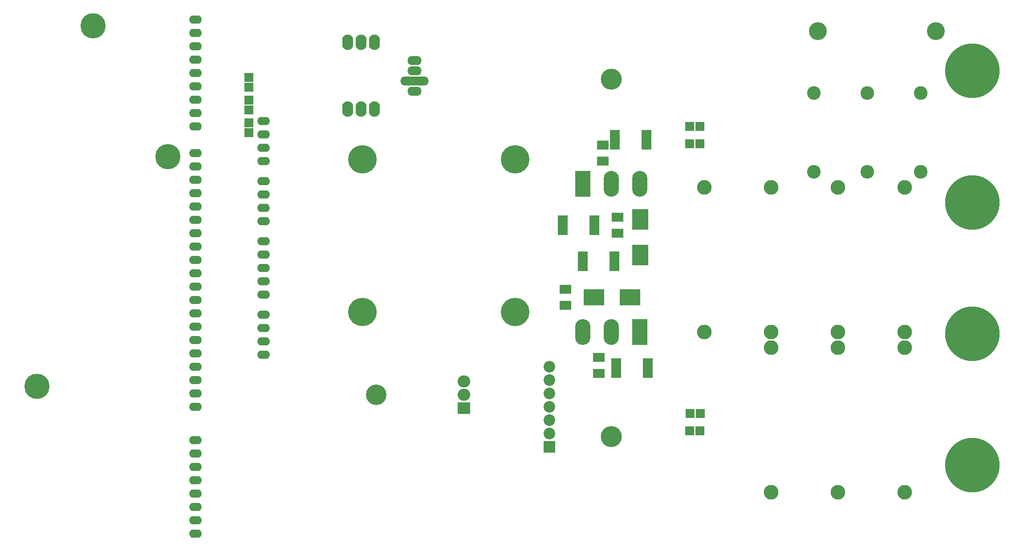
<source format=gbr>
G04 #@! TF.GenerationSoftware,KiCad,Pcbnew,(5.0.0-rc2-dev-586-g888c43477)*
G04 #@! TF.CreationDate,2018-06-04T00:41:44-03:00*
G04 #@! TF.ProjectId,Mcc18,4D636331382E6B696361645F70636200,rev?*
G04 #@! TF.SameCoordinates,Original*
G04 #@! TF.FileFunction,Soldermask,Top*
G04 #@! TF.FilePolarity,Negative*
%FSLAX46Y46*%
G04 Gerber Fmt 4.6, Leading zero omitted, Abs format (unit mm)*
G04 Created by KiCad (PCBNEW (5.0.0-rc2-dev-586-g888c43477)) date 06/04/18 00:41:44*
%MOMM*%
%LPD*%
G01*
G04 APERTURE LIST*
%ADD10O,2.100000X2.940000*%
%ADD11O,2.700000X1.700000*%
%ADD12O,5.400000X1.700000*%
%ADD13O,2.400000X1.600000*%
%ADD14R,1.695000X1.800000*%
%ADD15O,4.000000X4.000000*%
%ADD16R,2.900000X4.900000*%
%ADD17O,2.900000X4.900000*%
%ADD18C,2.200000*%
%ADD19R,2.200000X2.200000*%
%ADD20C,5.400000*%
%ADD21C,4.800000*%
%ADD22R,2.200000X1.795000*%
%ADD23O,2.400000X2.305000*%
%ADD24R,2.400000X2.305000*%
%ADD25O,3.900000X3.900000*%
%ADD26C,2.600000*%
%ADD27R,3.900000X3.100000*%
%ADD28R,3.100000X3.900000*%
%ADD29R,1.800000X1.695000*%
%ADD30R,1.895000X3.800000*%
%ADD31C,2.800000*%
%ADD32C,10.400000*%
%ADD33C,3.400000*%
G04 APERTURE END LIST*
D10*
X123952000Y-49530000D03*
X121412000Y-49530000D03*
X126492000Y-49530000D03*
D11*
X134112000Y-58826400D03*
D12*
X134112000Y-56896000D03*
D11*
X134112000Y-54965600D03*
X134112000Y-53035200D03*
D10*
X126492000Y-62230000D03*
X121412000Y-62230000D03*
X123952000Y-62230000D03*
D13*
X105410000Y-64516000D03*
X105410000Y-108966000D03*
X105410000Y-106426000D03*
X105410000Y-103886000D03*
X105410000Y-101346000D03*
X105410000Y-97536000D03*
X105410000Y-94996000D03*
X105410000Y-92456000D03*
X105410000Y-89916000D03*
X105410000Y-87376000D03*
X105410000Y-83566000D03*
X105410000Y-81026000D03*
X105410000Y-78486000D03*
X105410000Y-75946000D03*
X105410000Y-72136000D03*
X105410000Y-69596000D03*
X105410000Y-67056000D03*
D14*
X186484500Y-65532000D03*
X188419500Y-65532000D03*
D15*
X171566000Y-124508000D03*
D16*
X177016000Y-104648000D03*
D17*
X171566000Y-104648000D03*
X166116000Y-104648000D03*
X177016000Y-76454000D03*
X171566000Y-76454000D03*
D16*
X166116000Y-76454000D03*
D15*
X171566000Y-56594000D03*
D18*
X159766000Y-123952000D03*
D19*
X159766000Y-126492000D03*
D18*
X159766000Y-111252000D03*
X159766000Y-121412000D03*
X159766000Y-118872000D03*
X159766000Y-113792000D03*
X159766000Y-116332000D03*
D20*
X124206000Y-100838000D03*
X124206000Y-71755000D03*
X153289000Y-100838000D03*
X153289000Y-71755000D03*
D21*
X62357000Y-114934000D03*
X73025000Y-46355000D03*
X87225274Y-71247000D03*
D13*
X92456000Y-45212000D03*
X92456000Y-47752000D03*
X92456000Y-50292000D03*
X92456000Y-52832000D03*
X92456000Y-55372000D03*
X92456000Y-57912000D03*
X92456000Y-60452000D03*
X92456000Y-62992000D03*
X92456000Y-65532000D03*
X92456000Y-70612000D03*
X92456000Y-73152000D03*
X92456000Y-75692000D03*
X92456000Y-78232000D03*
X92456000Y-80772000D03*
X92456000Y-83312000D03*
X92456000Y-85852000D03*
X92456000Y-88392000D03*
X92456000Y-90932000D03*
X92456000Y-93472000D03*
X92456000Y-96012000D03*
X92456000Y-98552000D03*
X92456000Y-101092000D03*
X92456000Y-103632000D03*
X92456000Y-106172000D03*
X92456000Y-108712000D03*
X92456000Y-111252000D03*
X92456000Y-113792000D03*
X92456000Y-116332000D03*
X92456000Y-118872000D03*
X92456000Y-125222000D03*
X92456000Y-127762000D03*
X92456000Y-130302000D03*
X92456000Y-132842000D03*
X92456000Y-135382000D03*
X92456000Y-137922000D03*
X92456000Y-140462000D03*
X92456000Y-143002000D03*
D22*
X169164000Y-109480500D03*
X169164000Y-112515500D03*
X162814000Y-96526500D03*
X162814000Y-99561500D03*
X172720000Y-82810500D03*
X172720000Y-85845500D03*
X169926000Y-69094500D03*
X169926000Y-72129500D03*
D23*
X143510000Y-114046000D03*
X143510000Y-116586000D03*
D24*
X143510000Y-119126000D03*
D25*
X126850000Y-116586000D03*
D26*
X220218000Y-74182000D03*
X220218000Y-59182000D03*
X230378000Y-74182000D03*
X230378000Y-59182000D03*
X210058000Y-74182000D03*
X210058000Y-59182000D03*
D27*
X175104000Y-98044000D03*
X168304000Y-98044000D03*
D28*
X177038000Y-83214000D03*
X177038000Y-90014000D03*
D29*
X102616000Y-60500500D03*
X102616000Y-62435500D03*
D30*
X178531500Y-111506000D03*
X172496500Y-111506000D03*
X168371500Y-84328000D03*
X162336500Y-84328000D03*
X166146500Y-91186000D03*
X172181500Y-91186000D03*
X178277500Y-68072000D03*
X172242500Y-68072000D03*
D29*
X102616000Y-64818500D03*
X102616000Y-66753500D03*
X102616000Y-56182500D03*
X102616000Y-58117500D03*
D31*
X214630000Y-107628000D03*
X214630000Y-135128000D03*
X227330000Y-104648000D03*
X227330000Y-77148000D03*
X214630000Y-77148000D03*
X214630000Y-104648000D03*
X201930000Y-104648000D03*
X201930000Y-77148000D03*
X227330000Y-107628000D03*
X227330000Y-135128000D03*
X189230000Y-104648000D03*
X189230000Y-77148000D03*
X201930000Y-107628000D03*
X201930000Y-135128000D03*
D32*
X240202000Y-129972000D03*
X240202000Y-104972000D03*
X240202000Y-79972000D03*
X240202000Y-54972000D03*
D33*
X233273600Y-47371000D03*
X210820000Y-47371000D03*
D14*
X188419500Y-68834000D03*
X186484500Y-68834000D03*
X186484500Y-123444000D03*
X188419500Y-123444000D03*
X188468000Y-120142000D03*
X186533000Y-120142000D03*
M02*

</source>
